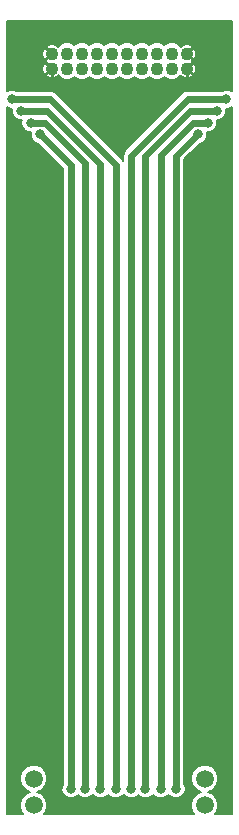
<source format=gbl>
G04 #@! TF.FileFunction,Copper,L2,Bot,Signal*
%FSLAX46Y46*%
G04 Gerber Fmt 4.6, Leading zero omitted, Abs format (unit mm)*
G04 Created by KiCad (PCBNEW 4.1.0-alpha+201605071002+6776~44~ubuntu14.04.1-product) date Wed 29 Jun 2016 00:07:10 BST*
%MOMM*%
%LPD*%
G01*
G04 APERTURE LIST*
%ADD10C,0.100000*%
%ADD11C,1.500000*%
%ADD12C,1.100000*%
%ADD13C,0.800000*%
%ADD14C,0.250000*%
%ADD15C,0.400000*%
%ADD16C,0.600000*%
%ADD17C,0.200000*%
G04 APERTURE END LIST*
D10*
D11*
X148760500Y-126540000D03*
X163239500Y-126540000D03*
X148760500Y-128790000D03*
X163239500Y-128790000D03*
D12*
X161715000Y-65159000D03*
X161715000Y-66429000D03*
X160445000Y-65159000D03*
X160445000Y-66429000D03*
X159175000Y-65159000D03*
X159175000Y-66429000D03*
X157905000Y-65159000D03*
X157905000Y-66429000D03*
X156635000Y-65159000D03*
X156635000Y-66429000D03*
X155365000Y-65159000D03*
X155365000Y-66429000D03*
X154095000Y-65159000D03*
X154095000Y-66429000D03*
X152825000Y-65159000D03*
X152825000Y-66429000D03*
X151555000Y-65159000D03*
X151555000Y-66429000D03*
X150285000Y-65159000D03*
X150285000Y-66429000D03*
D13*
X161715000Y-68000000D03*
X150285000Y-68000000D03*
X163000000Y-124000000D03*
X162000000Y-128000000D03*
X150000000Y-128000000D03*
X149000000Y-124000000D03*
X162500000Y-120000000D03*
X162500000Y-115000000D03*
X162500000Y-110000000D03*
X162500000Y-105000000D03*
X162500000Y-100000000D03*
X162500000Y-95000000D03*
X162500000Y-90000000D03*
X162500000Y-85000000D03*
X162500000Y-80000000D03*
X162500000Y-75000000D03*
X150000000Y-120000000D03*
X150000000Y-115000000D03*
X150000000Y-110000000D03*
X150000000Y-105000000D03*
X150000000Y-100000000D03*
X150000000Y-95000000D03*
X150000000Y-90000000D03*
X150000000Y-85000000D03*
X150000000Y-80000000D03*
X150000000Y-75000000D03*
X162615010Y-72000000D03*
X160800000Y-127400000D03*
X163465011Y-71000000D03*
X159500000Y-127400000D03*
X164265021Y-70000000D03*
X158200000Y-127400000D03*
X165065031Y-69000000D03*
X157000000Y-127400000D03*
X146899970Y-69000000D03*
X155700000Y-127400000D03*
X147699980Y-70000000D03*
X154400000Y-127400000D03*
X148499990Y-71000000D03*
X153100000Y-127400000D03*
X149300000Y-72000000D03*
X151900000Y-127400000D03*
D14*
X161715000Y-66429000D02*
X161715000Y-68000000D01*
X150285000Y-66429000D02*
X150285000Y-68000000D01*
D15*
X162500000Y-115000000D02*
X162500000Y-120000000D01*
X162500000Y-105000000D02*
X162500000Y-110000000D01*
X162500000Y-95000000D02*
X162500000Y-100000000D01*
X162500000Y-85000000D02*
X162500000Y-90000000D01*
X162500000Y-75000000D02*
X162500000Y-80000000D01*
X150000000Y-115000000D02*
X150000000Y-120000000D01*
X150000000Y-105000000D02*
X150000000Y-110000000D01*
X150000000Y-95000000D02*
X150000000Y-100000000D01*
X150000000Y-85000000D02*
X150000000Y-90000000D01*
X150000000Y-75000000D02*
X150000000Y-80000000D01*
D16*
X160800000Y-127400000D02*
X160800000Y-73815010D01*
X160800000Y-73815010D02*
X162615010Y-72000000D01*
X163465011Y-71000000D02*
X162209008Y-71000000D01*
X162209008Y-71000000D02*
X159500000Y-73709008D01*
X159500000Y-73709008D02*
X159500000Y-126834315D01*
X159500000Y-126834315D02*
X159500000Y-127400000D01*
X164265021Y-70000000D02*
X162006913Y-70000000D01*
X162006913Y-70000000D02*
X158200000Y-73806914D01*
X158200000Y-73806914D02*
X158200000Y-126834315D01*
X158200000Y-126834315D02*
X158200000Y-127400000D01*
X165065031Y-69000000D02*
X161804820Y-69000000D01*
X161804820Y-69000000D02*
X157000000Y-73804820D01*
X157000000Y-73804820D02*
X157000000Y-127400000D01*
X146899970Y-69000000D02*
X150110191Y-69000000D01*
X150110191Y-69000000D02*
X155700000Y-74589809D01*
X155700000Y-74589809D02*
X155700000Y-126834315D01*
X155700000Y-126834315D02*
X155700000Y-127400000D01*
X154400000Y-127400000D02*
X154400000Y-74491904D01*
X154400000Y-74491904D02*
X149908096Y-70000000D01*
X149908096Y-70000000D02*
X148265665Y-70000000D01*
X148265665Y-70000000D02*
X147699980Y-70000000D01*
X148499990Y-71000000D02*
X149706002Y-71000000D01*
X149706002Y-71000000D02*
X153100000Y-74393998D01*
X153100000Y-74393998D02*
X153100000Y-126834315D01*
X153100000Y-126834315D02*
X153100000Y-127400000D01*
X151900000Y-74600000D02*
X149300000Y-72000000D01*
X151900000Y-127400000D02*
X151900000Y-74600000D01*
D17*
G36*
X165525000Y-129525000D02*
X164130983Y-129525000D01*
X164213854Y-129442273D01*
X164389300Y-129019753D01*
X164389699Y-128562254D01*
X164214991Y-128139428D01*
X163891773Y-127815646D01*
X163528606Y-127664846D01*
X163890072Y-127515491D01*
X164213854Y-127192273D01*
X164389300Y-126769753D01*
X164389699Y-126312254D01*
X164214991Y-125889428D01*
X163891773Y-125565646D01*
X163469253Y-125390200D01*
X163011754Y-125389801D01*
X162588928Y-125564509D01*
X162265146Y-125887727D01*
X162089700Y-126310247D01*
X162089301Y-126767746D01*
X162264009Y-127190572D01*
X162587227Y-127514354D01*
X162950394Y-127665154D01*
X162588928Y-127814509D01*
X162265146Y-128137727D01*
X162089700Y-128560247D01*
X162089301Y-129017746D01*
X162264009Y-129440572D01*
X162348290Y-129525000D01*
X149651983Y-129525000D01*
X149734854Y-129442273D01*
X149910300Y-129019753D01*
X149910699Y-128562254D01*
X149735991Y-128139428D01*
X149412773Y-127815646D01*
X149049606Y-127664846D01*
X149411072Y-127515491D01*
X149734854Y-127192273D01*
X149910300Y-126769753D01*
X149910699Y-126312254D01*
X149735991Y-125889428D01*
X149412773Y-125565646D01*
X148990253Y-125390200D01*
X148532754Y-125389801D01*
X148109928Y-125564509D01*
X147786146Y-125887727D01*
X147610700Y-126310247D01*
X147610301Y-126767746D01*
X147785009Y-127190572D01*
X148108227Y-127514354D01*
X148471394Y-127665154D01*
X148109928Y-127814509D01*
X147786146Y-128137727D01*
X147610700Y-128560247D01*
X147610301Y-129017746D01*
X147785009Y-129440572D01*
X147869290Y-129525000D01*
X146475000Y-129525000D01*
X146475000Y-69689765D01*
X146740142Y-69799861D01*
X146916793Y-69800015D01*
X146900119Y-69840172D01*
X146899841Y-70158432D01*
X147021377Y-70452572D01*
X147246225Y-70677812D01*
X147540152Y-70799861D01*
X147716803Y-70800015D01*
X147700129Y-70840172D01*
X147699851Y-71158432D01*
X147821387Y-71452572D01*
X148046235Y-71677812D01*
X148340162Y-71799861D01*
X148516813Y-71800015D01*
X148500139Y-71840172D01*
X148499861Y-72158432D01*
X148621397Y-72452572D01*
X148846245Y-72677812D01*
X149088423Y-72778373D01*
X151200000Y-74889950D01*
X151200000Y-126999680D01*
X151100139Y-127240172D01*
X151099861Y-127558432D01*
X151221397Y-127852572D01*
X151446245Y-128077812D01*
X151740172Y-128199861D01*
X152058432Y-128200139D01*
X152352572Y-128078603D01*
X152500060Y-127931372D01*
X152646245Y-128077812D01*
X152940172Y-128199861D01*
X153258432Y-128200139D01*
X153552572Y-128078603D01*
X153750147Y-127881372D01*
X153946245Y-128077812D01*
X154240172Y-128199861D01*
X154558432Y-128200139D01*
X154852572Y-128078603D01*
X155050147Y-127881372D01*
X155246245Y-128077812D01*
X155540172Y-128199861D01*
X155858432Y-128200139D01*
X156152572Y-128078603D01*
X156350147Y-127881372D01*
X156546245Y-128077812D01*
X156840172Y-128199861D01*
X157158432Y-128200139D01*
X157452572Y-128078603D01*
X157600060Y-127931372D01*
X157746245Y-128077812D01*
X158040172Y-128199861D01*
X158358432Y-128200139D01*
X158652572Y-128078603D01*
X158850147Y-127881372D01*
X159046245Y-128077812D01*
X159340172Y-128199861D01*
X159658432Y-128200139D01*
X159952572Y-128078603D01*
X160150147Y-127881372D01*
X160346245Y-128077812D01*
X160640172Y-128199861D01*
X160958432Y-128200139D01*
X161252572Y-128078603D01*
X161477812Y-127853755D01*
X161599861Y-127559828D01*
X161600139Y-127241568D01*
X161500000Y-126999213D01*
X161500000Y-74104960D01*
X162826916Y-72778044D01*
X163067582Y-72678603D01*
X163292822Y-72453755D01*
X163414871Y-72159828D01*
X163415149Y-71841568D01*
X163397950Y-71799942D01*
X163623443Y-71800139D01*
X163917583Y-71678603D01*
X164142823Y-71453755D01*
X164264872Y-71159828D01*
X164265150Y-70841568D01*
X164247969Y-70799986D01*
X164423453Y-70800139D01*
X164717593Y-70678603D01*
X164942833Y-70453755D01*
X165064882Y-70159828D01*
X165065160Y-69841568D01*
X165047979Y-69799986D01*
X165223463Y-69800139D01*
X165517603Y-69678603D01*
X165525000Y-69671219D01*
X165525000Y-129525000D01*
X165525000Y-129525000D01*
G37*
X165525000Y-129525000D02*
X164130983Y-129525000D01*
X164213854Y-129442273D01*
X164389300Y-129019753D01*
X164389699Y-128562254D01*
X164214991Y-128139428D01*
X163891773Y-127815646D01*
X163528606Y-127664846D01*
X163890072Y-127515491D01*
X164213854Y-127192273D01*
X164389300Y-126769753D01*
X164389699Y-126312254D01*
X164214991Y-125889428D01*
X163891773Y-125565646D01*
X163469253Y-125390200D01*
X163011754Y-125389801D01*
X162588928Y-125564509D01*
X162265146Y-125887727D01*
X162089700Y-126310247D01*
X162089301Y-126767746D01*
X162264009Y-127190572D01*
X162587227Y-127514354D01*
X162950394Y-127665154D01*
X162588928Y-127814509D01*
X162265146Y-128137727D01*
X162089700Y-128560247D01*
X162089301Y-129017746D01*
X162264009Y-129440572D01*
X162348290Y-129525000D01*
X149651983Y-129525000D01*
X149734854Y-129442273D01*
X149910300Y-129019753D01*
X149910699Y-128562254D01*
X149735991Y-128139428D01*
X149412773Y-127815646D01*
X149049606Y-127664846D01*
X149411072Y-127515491D01*
X149734854Y-127192273D01*
X149910300Y-126769753D01*
X149910699Y-126312254D01*
X149735991Y-125889428D01*
X149412773Y-125565646D01*
X148990253Y-125390200D01*
X148532754Y-125389801D01*
X148109928Y-125564509D01*
X147786146Y-125887727D01*
X147610700Y-126310247D01*
X147610301Y-126767746D01*
X147785009Y-127190572D01*
X148108227Y-127514354D01*
X148471394Y-127665154D01*
X148109928Y-127814509D01*
X147786146Y-128137727D01*
X147610700Y-128560247D01*
X147610301Y-129017746D01*
X147785009Y-129440572D01*
X147869290Y-129525000D01*
X146475000Y-129525000D01*
X146475000Y-69689765D01*
X146740142Y-69799861D01*
X146916793Y-69800015D01*
X146900119Y-69840172D01*
X146899841Y-70158432D01*
X147021377Y-70452572D01*
X147246225Y-70677812D01*
X147540152Y-70799861D01*
X147716803Y-70800015D01*
X147700129Y-70840172D01*
X147699851Y-71158432D01*
X147821387Y-71452572D01*
X148046235Y-71677812D01*
X148340162Y-71799861D01*
X148516813Y-71800015D01*
X148500139Y-71840172D01*
X148499861Y-72158432D01*
X148621397Y-72452572D01*
X148846245Y-72677812D01*
X149088423Y-72778373D01*
X151200000Y-74889950D01*
X151200000Y-126999680D01*
X151100139Y-127240172D01*
X151099861Y-127558432D01*
X151221397Y-127852572D01*
X151446245Y-128077812D01*
X151740172Y-128199861D01*
X152058432Y-128200139D01*
X152352572Y-128078603D01*
X152500060Y-127931372D01*
X152646245Y-128077812D01*
X152940172Y-128199861D01*
X153258432Y-128200139D01*
X153552572Y-128078603D01*
X153750147Y-127881372D01*
X153946245Y-128077812D01*
X154240172Y-128199861D01*
X154558432Y-128200139D01*
X154852572Y-128078603D01*
X155050147Y-127881372D01*
X155246245Y-128077812D01*
X155540172Y-128199861D01*
X155858432Y-128200139D01*
X156152572Y-128078603D01*
X156350147Y-127881372D01*
X156546245Y-128077812D01*
X156840172Y-128199861D01*
X157158432Y-128200139D01*
X157452572Y-128078603D01*
X157600060Y-127931372D01*
X157746245Y-128077812D01*
X158040172Y-128199861D01*
X158358432Y-128200139D01*
X158652572Y-128078603D01*
X158850147Y-127881372D01*
X159046245Y-128077812D01*
X159340172Y-128199861D01*
X159658432Y-128200139D01*
X159952572Y-128078603D01*
X160150147Y-127881372D01*
X160346245Y-128077812D01*
X160640172Y-128199861D01*
X160958432Y-128200139D01*
X161252572Y-128078603D01*
X161477812Y-127853755D01*
X161599861Y-127559828D01*
X161600139Y-127241568D01*
X161500000Y-126999213D01*
X161500000Y-74104960D01*
X162826916Y-72778044D01*
X163067582Y-72678603D01*
X163292822Y-72453755D01*
X163414871Y-72159828D01*
X163415149Y-71841568D01*
X163397950Y-71799942D01*
X163623443Y-71800139D01*
X163917583Y-71678603D01*
X164142823Y-71453755D01*
X164264872Y-71159828D01*
X164265150Y-70841568D01*
X164247969Y-70799986D01*
X164423453Y-70800139D01*
X164717593Y-70678603D01*
X164942833Y-70453755D01*
X165064882Y-70159828D01*
X165065160Y-69841568D01*
X165047979Y-69799986D01*
X165223463Y-69800139D01*
X165517603Y-69678603D01*
X165525000Y-69671219D01*
X165525000Y-129525000D01*
G36*
X165525000Y-68328413D02*
X165518786Y-68322188D01*
X165224859Y-68200139D01*
X164906599Y-68199861D01*
X164664244Y-68300000D01*
X161804825Y-68300000D01*
X161804820Y-68299999D01*
X161536941Y-68353284D01*
X161423394Y-68429154D01*
X161309845Y-68505025D01*
X161309843Y-68505028D01*
X156505025Y-73309845D01*
X156353284Y-73536941D01*
X156352867Y-73539036D01*
X156300000Y-73804820D01*
X156300000Y-74252015D01*
X156194975Y-74094834D01*
X150605166Y-68505025D01*
X150378070Y-68353284D01*
X150110191Y-68300000D01*
X147300290Y-68300000D01*
X147059798Y-68200139D01*
X146741538Y-68199861D01*
X146475000Y-68309992D01*
X146475000Y-66287562D01*
X149481683Y-66287562D01*
X149488706Y-66605744D01*
X149596958Y-66867088D01*
X149718245Y-66925044D01*
X150214289Y-66429000D01*
X149718245Y-65932956D01*
X149596958Y-65990912D01*
X149481683Y-66287562D01*
X146475000Y-66287562D01*
X146475000Y-65017562D01*
X149481683Y-65017562D01*
X149488706Y-65335744D01*
X149596958Y-65597088D01*
X149718245Y-65655044D01*
X150214289Y-65159000D01*
X149718245Y-64662956D01*
X149596958Y-64720912D01*
X149481683Y-65017562D01*
X146475000Y-65017562D01*
X146475000Y-64592245D01*
X149788956Y-64592245D01*
X150285000Y-65088289D01*
X150299142Y-65074147D01*
X150369853Y-65144858D01*
X150355711Y-65159000D01*
X150369853Y-65173142D01*
X150299142Y-65243853D01*
X150285000Y-65229711D01*
X149788956Y-65725755D01*
X149821566Y-65794000D01*
X149788956Y-65862245D01*
X150285000Y-66358289D01*
X150299142Y-66344147D01*
X150369853Y-66414858D01*
X150355711Y-66429000D01*
X150369853Y-66443142D01*
X150299142Y-66513853D01*
X150285000Y-66499711D01*
X149788956Y-66995755D01*
X149846912Y-67117042D01*
X150143562Y-67232317D01*
X150461744Y-67225294D01*
X150723088Y-67117042D01*
X150780199Y-66997523D01*
X151016165Y-67233902D01*
X151365204Y-67378835D01*
X151743138Y-67379165D01*
X152092429Y-67234841D01*
X152189936Y-67137504D01*
X152286165Y-67233902D01*
X152635204Y-67378835D01*
X153013138Y-67379165D01*
X153362429Y-67234841D01*
X153459936Y-67137504D01*
X153556165Y-67233902D01*
X153905204Y-67378835D01*
X154283138Y-67379165D01*
X154632429Y-67234841D01*
X154729936Y-67137504D01*
X154826165Y-67233902D01*
X155175204Y-67378835D01*
X155553138Y-67379165D01*
X155902429Y-67234841D01*
X155999936Y-67137504D01*
X156096165Y-67233902D01*
X156445204Y-67378835D01*
X156823138Y-67379165D01*
X157172429Y-67234841D01*
X157269936Y-67137504D01*
X157366165Y-67233902D01*
X157715204Y-67378835D01*
X158093138Y-67379165D01*
X158442429Y-67234841D01*
X158539936Y-67137504D01*
X158636165Y-67233902D01*
X158985204Y-67378835D01*
X159363138Y-67379165D01*
X159712429Y-67234841D01*
X159809936Y-67137504D01*
X159906165Y-67233902D01*
X160255204Y-67378835D01*
X160633138Y-67379165D01*
X160982429Y-67234841D01*
X161219917Y-66997767D01*
X161276912Y-67117042D01*
X161573562Y-67232317D01*
X161891744Y-67225294D01*
X162153088Y-67117042D01*
X162211044Y-66995755D01*
X161715000Y-66499711D01*
X161700858Y-66513853D01*
X161630147Y-66443142D01*
X161644289Y-66429000D01*
X161785711Y-66429000D01*
X162281755Y-66925044D01*
X162403042Y-66867088D01*
X162518317Y-66570438D01*
X162511294Y-66252256D01*
X162403042Y-65990912D01*
X162281755Y-65932956D01*
X161785711Y-66429000D01*
X161644289Y-66429000D01*
X161630147Y-66414858D01*
X161700858Y-66344147D01*
X161715000Y-66358289D01*
X162211044Y-65862245D01*
X162178434Y-65794000D01*
X162211044Y-65725755D01*
X161715000Y-65229711D01*
X161700858Y-65243853D01*
X161630147Y-65173142D01*
X161644289Y-65159000D01*
X161785711Y-65159000D01*
X162281755Y-65655044D01*
X162403042Y-65597088D01*
X162518317Y-65300438D01*
X162511294Y-64982256D01*
X162403042Y-64720912D01*
X162281755Y-64662956D01*
X161785711Y-65159000D01*
X161644289Y-65159000D01*
X161630147Y-65144858D01*
X161700858Y-65074147D01*
X161715000Y-65088289D01*
X162211044Y-64592245D01*
X162153088Y-64470958D01*
X161856438Y-64355683D01*
X161538256Y-64362706D01*
X161276912Y-64470958D01*
X161219801Y-64590477D01*
X160983835Y-64354098D01*
X160634796Y-64209165D01*
X160256862Y-64208835D01*
X159907571Y-64353159D01*
X159810064Y-64450496D01*
X159713835Y-64354098D01*
X159364796Y-64209165D01*
X158986862Y-64208835D01*
X158637571Y-64353159D01*
X158540064Y-64450496D01*
X158443835Y-64354098D01*
X158094796Y-64209165D01*
X157716862Y-64208835D01*
X157367571Y-64353159D01*
X157270064Y-64450496D01*
X157173835Y-64354098D01*
X156824796Y-64209165D01*
X156446862Y-64208835D01*
X156097571Y-64353159D01*
X156000064Y-64450496D01*
X155903835Y-64354098D01*
X155554796Y-64209165D01*
X155176862Y-64208835D01*
X154827571Y-64353159D01*
X154730064Y-64450496D01*
X154633835Y-64354098D01*
X154284796Y-64209165D01*
X153906862Y-64208835D01*
X153557571Y-64353159D01*
X153460064Y-64450496D01*
X153363835Y-64354098D01*
X153014796Y-64209165D01*
X152636862Y-64208835D01*
X152287571Y-64353159D01*
X152190064Y-64450496D01*
X152093835Y-64354098D01*
X151744796Y-64209165D01*
X151366862Y-64208835D01*
X151017571Y-64353159D01*
X150780083Y-64590233D01*
X150723088Y-64470958D01*
X150426438Y-64355683D01*
X150108256Y-64362706D01*
X149846912Y-64470958D01*
X149788956Y-64592245D01*
X146475000Y-64592245D01*
X146475000Y-62375000D01*
X165525000Y-62375000D01*
X165525000Y-68328413D01*
X165525000Y-68328413D01*
G37*
X165525000Y-68328413D02*
X165518786Y-68322188D01*
X165224859Y-68200139D01*
X164906599Y-68199861D01*
X164664244Y-68300000D01*
X161804825Y-68300000D01*
X161804820Y-68299999D01*
X161536941Y-68353284D01*
X161423394Y-68429154D01*
X161309845Y-68505025D01*
X161309843Y-68505028D01*
X156505025Y-73309845D01*
X156353284Y-73536941D01*
X156352867Y-73539036D01*
X156300000Y-73804820D01*
X156300000Y-74252015D01*
X156194975Y-74094834D01*
X150605166Y-68505025D01*
X150378070Y-68353284D01*
X150110191Y-68300000D01*
X147300290Y-68300000D01*
X147059798Y-68200139D01*
X146741538Y-68199861D01*
X146475000Y-68309992D01*
X146475000Y-66287562D01*
X149481683Y-66287562D01*
X149488706Y-66605744D01*
X149596958Y-66867088D01*
X149718245Y-66925044D01*
X150214289Y-66429000D01*
X149718245Y-65932956D01*
X149596958Y-65990912D01*
X149481683Y-66287562D01*
X146475000Y-66287562D01*
X146475000Y-65017562D01*
X149481683Y-65017562D01*
X149488706Y-65335744D01*
X149596958Y-65597088D01*
X149718245Y-65655044D01*
X150214289Y-65159000D01*
X149718245Y-64662956D01*
X149596958Y-64720912D01*
X149481683Y-65017562D01*
X146475000Y-65017562D01*
X146475000Y-64592245D01*
X149788956Y-64592245D01*
X150285000Y-65088289D01*
X150299142Y-65074147D01*
X150369853Y-65144858D01*
X150355711Y-65159000D01*
X150369853Y-65173142D01*
X150299142Y-65243853D01*
X150285000Y-65229711D01*
X149788956Y-65725755D01*
X149821566Y-65794000D01*
X149788956Y-65862245D01*
X150285000Y-66358289D01*
X150299142Y-66344147D01*
X150369853Y-66414858D01*
X150355711Y-66429000D01*
X150369853Y-66443142D01*
X150299142Y-66513853D01*
X150285000Y-66499711D01*
X149788956Y-66995755D01*
X149846912Y-67117042D01*
X150143562Y-67232317D01*
X150461744Y-67225294D01*
X150723088Y-67117042D01*
X150780199Y-66997523D01*
X151016165Y-67233902D01*
X151365204Y-67378835D01*
X151743138Y-67379165D01*
X152092429Y-67234841D01*
X152189936Y-67137504D01*
X152286165Y-67233902D01*
X152635204Y-67378835D01*
X153013138Y-67379165D01*
X153362429Y-67234841D01*
X153459936Y-67137504D01*
X153556165Y-67233902D01*
X153905204Y-67378835D01*
X154283138Y-67379165D01*
X154632429Y-67234841D01*
X154729936Y-67137504D01*
X154826165Y-67233902D01*
X155175204Y-67378835D01*
X155553138Y-67379165D01*
X155902429Y-67234841D01*
X155999936Y-67137504D01*
X156096165Y-67233902D01*
X156445204Y-67378835D01*
X156823138Y-67379165D01*
X157172429Y-67234841D01*
X157269936Y-67137504D01*
X157366165Y-67233902D01*
X157715204Y-67378835D01*
X158093138Y-67379165D01*
X158442429Y-67234841D01*
X158539936Y-67137504D01*
X158636165Y-67233902D01*
X158985204Y-67378835D01*
X159363138Y-67379165D01*
X159712429Y-67234841D01*
X159809936Y-67137504D01*
X159906165Y-67233902D01*
X160255204Y-67378835D01*
X160633138Y-67379165D01*
X160982429Y-67234841D01*
X161219917Y-66997767D01*
X161276912Y-67117042D01*
X161573562Y-67232317D01*
X161891744Y-67225294D01*
X162153088Y-67117042D01*
X162211044Y-66995755D01*
X161715000Y-66499711D01*
X161700858Y-66513853D01*
X161630147Y-66443142D01*
X161644289Y-66429000D01*
X161785711Y-66429000D01*
X162281755Y-66925044D01*
X162403042Y-66867088D01*
X162518317Y-66570438D01*
X162511294Y-66252256D01*
X162403042Y-65990912D01*
X162281755Y-65932956D01*
X161785711Y-66429000D01*
X161644289Y-66429000D01*
X161630147Y-66414858D01*
X161700858Y-66344147D01*
X161715000Y-66358289D01*
X162211044Y-65862245D01*
X162178434Y-65794000D01*
X162211044Y-65725755D01*
X161715000Y-65229711D01*
X161700858Y-65243853D01*
X161630147Y-65173142D01*
X161644289Y-65159000D01*
X161785711Y-65159000D01*
X162281755Y-65655044D01*
X162403042Y-65597088D01*
X162518317Y-65300438D01*
X162511294Y-64982256D01*
X162403042Y-64720912D01*
X162281755Y-64662956D01*
X161785711Y-65159000D01*
X161644289Y-65159000D01*
X161630147Y-65144858D01*
X161700858Y-65074147D01*
X161715000Y-65088289D01*
X162211044Y-64592245D01*
X162153088Y-64470958D01*
X161856438Y-64355683D01*
X161538256Y-64362706D01*
X161276912Y-64470958D01*
X161219801Y-64590477D01*
X160983835Y-64354098D01*
X160634796Y-64209165D01*
X160256862Y-64208835D01*
X159907571Y-64353159D01*
X159810064Y-64450496D01*
X159713835Y-64354098D01*
X159364796Y-64209165D01*
X158986862Y-64208835D01*
X158637571Y-64353159D01*
X158540064Y-64450496D01*
X158443835Y-64354098D01*
X158094796Y-64209165D01*
X157716862Y-64208835D01*
X157367571Y-64353159D01*
X157270064Y-64450496D01*
X157173835Y-64354098D01*
X156824796Y-64209165D01*
X156446862Y-64208835D01*
X156097571Y-64353159D01*
X156000064Y-64450496D01*
X155903835Y-64354098D01*
X155554796Y-64209165D01*
X155176862Y-64208835D01*
X154827571Y-64353159D01*
X154730064Y-64450496D01*
X154633835Y-64354098D01*
X154284796Y-64209165D01*
X153906862Y-64208835D01*
X153557571Y-64353159D01*
X153460064Y-64450496D01*
X153363835Y-64354098D01*
X153014796Y-64209165D01*
X152636862Y-64208835D01*
X152287571Y-64353159D01*
X152190064Y-64450496D01*
X152093835Y-64354098D01*
X151744796Y-64209165D01*
X151366862Y-64208835D01*
X151017571Y-64353159D01*
X150780083Y-64590233D01*
X150723088Y-64470958D01*
X150426438Y-64355683D01*
X150108256Y-64362706D01*
X149846912Y-64470958D01*
X149788956Y-64592245D01*
X146475000Y-64592245D01*
X146475000Y-62375000D01*
X165525000Y-62375000D01*
X165525000Y-68328413D01*
M02*

</source>
